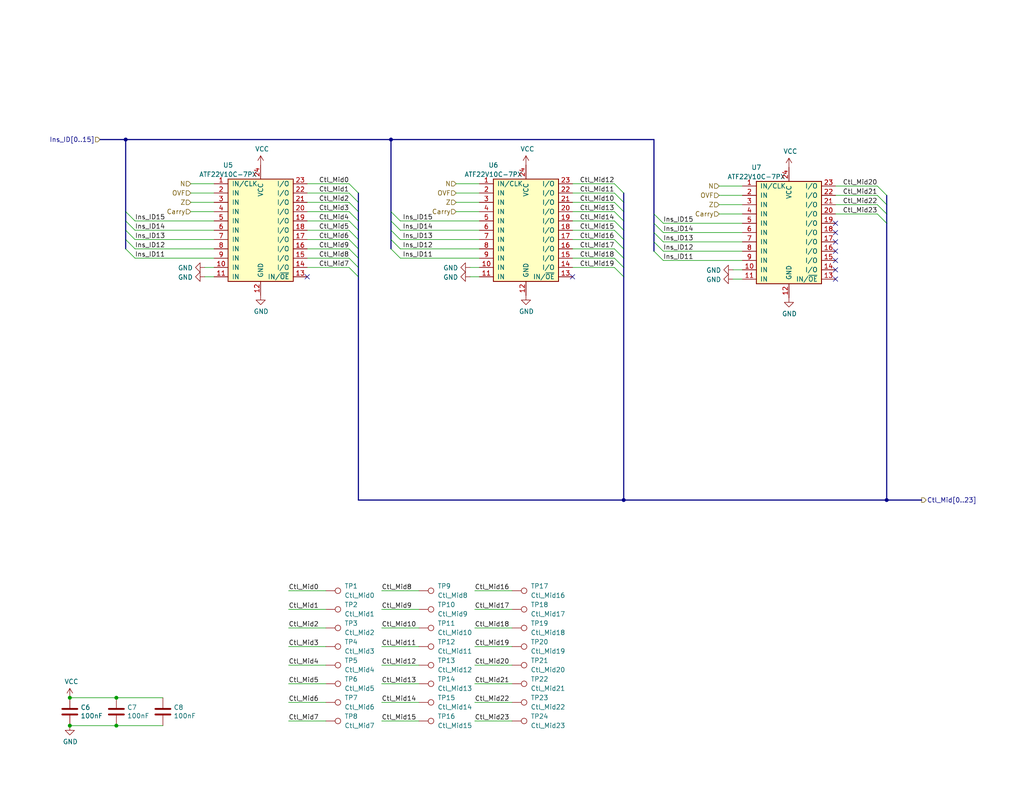
<source format=kicad_sch>
(kicad_sch (version 20230121) (generator eeschema)
  (paper "USLetter")
  (title_block (title "Instruction Decoder") (date "2023-09-25") (rev "C") (comment 4 "Decodes an instruction opcode into an array of control signals."))
  (lib_symbols
    (symbol "Connector:TestPoint" (pin_numbers hide) (pin_names (offset 0.762) hide)
      (property "Reference" "TP" (at 0 6.858 0))
      (property "Value" "TestPoint" (at 0 5.08 0))
      (symbol "TestPoint_0_1"
        (circle (center 0 3.302) (radius 0.762))
      )
      (symbol "TestPoint_1_1"
        (pin passive line (at 0 0 90) (length 2.54) (name "1") (number "1"))
      )
    )
    (symbol "ControlModule-rescue:ATF22V10C-Logic_Programmable" (pin_names (offset 1.016))
      (property "Reference" "U" (at -7.62 17.78 0))
      (property "Value" "ATF22V10C-Logic_Programmable" (at -7.62 15.24 0))
      (symbol "ATF22V10C-Logic_Programmable_1_1"
        (rectangle (start -8.89 -15.24) (end 8.89 12.7) (stroke (width 0.254)) (fill (type background)))
        (pin input line (at -12.7 11.43 0) (length 3.81) (name "IN/CLK") (number "1"))
        (pin input line (at -12.7 -11.43 0) (length 3.81) (name "IN") (number "10"))
        (pin input line (at -12.7 -13.97 0) (length 3.81) (name "IN") (number "11"))
        (pin power_in line (at 0 -19.05 90) (length 3.81) (name "GND") (number "12"))
        (pin input line (at 12.7 -13.97 180) (length 3.81) (name "IN/~{OE}") (number "13"))
        (pin passive line (at 12.7 -11.43 180) (length 3.81) (name "I/O") (number "14"))
        (pin passive line (at 12.7 -8.89 180) (length 3.81) (name "I/O") (number "15"))
        (pin passive line (at 12.7 -6.35 180) (length 3.81) (name "I/O") (number "16"))
        (pin passive line (at 12.7 -3.81 180) (length 3.81) (name "I/O") (number "17"))
        (pin passive line (at 12.7 -1.27 180) (length 3.81) (name "I/O") (number "18"))
        (pin passive line (at 12.7 1.27 180) (length 3.81) (name "I/O") (number "19"))
        (pin input line (at -12.7 8.89 0) (length 3.81) (name "IN") (number "2"))
        (pin passive line (at 12.7 3.81 180) (length 3.81) (name "I/O") (number "20"))
        (pin passive line (at 12.7 6.35 180) (length 3.81) (name "I/O") (number "21"))
        (pin passive line (at 12.7 8.89 180) (length 3.81) (name "I/O") (number "22"))
        (pin passive line (at 12.7 11.43 180) (length 3.81) (name "I/O") (number "23"))
        (pin power_in line (at 0 16.51 270) (length 3.81) (name "VCC") (number "24"))
        (pin input line (at -12.7 6.35 0) (length 3.81) (name "IN") (number "3"))
        (pin input line (at -12.7 3.81 0) (length 3.81) (name "IN") (number "4"))
        (pin input line (at -12.7 1.27 0) (length 3.81) (name "IN") (number "5"))
        (pin input line (at -12.7 -1.27 0) (length 3.81) (name "IN") (number "6"))
        (pin input line (at -12.7 -3.81 0) (length 3.81) (name "IN") (number "7"))
        (pin input line (at -12.7 -6.35 0) (length 3.81) (name "IN") (number "8"))
        (pin input line (at -12.7 -8.89 0) (length 3.81) (name "IN") (number "9"))
      )
    )
    (symbol "Device:C" (pin_numbers hide) (pin_names (offset 0.254))
      (property "Reference" "C" (at 0.635 2.54 0))
      (property "Value" "C" (at 0.635 -2.54 0))
      (symbol "C_0_1"
        (polyline (pts (xy -2.032 -0.762) (xy 2.032 -0.762)) (stroke (width 0.508)))
        (polyline (pts (xy -2.032 0.762) (xy 2.032 0.762)) (stroke (width 0.508)))
      )
      (symbol "C_1_1"
        (pin passive line (at 0 3.81 270) (length 2.794) (name "~") (number "1"))
        (pin passive line (at 0 -3.81 90) (length 2.794) (name "~") (number "2"))
      )
    )
    (symbol "power:GND" (power) (pin_names (offset 0))
      (property "Value" "GND" (at 0 -3.81 0))
      (symbol "GND_0_1"
        (polyline (pts (xy 0 0) (xy 0 -1.27) (xy 1.27 -1.27) (xy 0 -2.54) (xy -1.27 -1.27) (xy 0 -1.27)))
      )
      (symbol "GND_1_1"
        (pin power_in line (at 0 0 270) (length 0) hide (name "GND") (number "1"))
      )
    )
    (symbol "power:VCC" (power) (pin_names (offset 0))
      (property "Value" "VCC" (at 0 3.81 0))
      (symbol "VCC_0_1"
        (polyline (pts (xy -0.762 1.27) (xy 0 2.54)))
        (polyline (pts (xy 0 0) (xy 0 2.54)))
        (polyline (pts (xy 0 2.54) (xy 0.762 1.27)))
      )
      (symbol "VCC_1_1"
        (pin power_in line (at 0 0 90) (length 0) hide (name "VCC") (number "1"))
      )
    )
  )
  (junction (at 19.05 198.12))
  (junction (at 31.75 190.5))
  (junction (at 241.935 136.525))
  (junction (at 34.29 38.1))
  (junction (at 31.75 198.12))
  (junction (at 170.18 136.525))
  (junction (at 106.68 38.1))
  (junction (at 19.05 190.5))
  (no_connect (at 227.965 60.96))
  (no_connect (at 83.82 75.565))
  (no_connect (at 156.21 75.565))
  (no_connect (at 227.965 76.2))
  (no_connect (at 227.965 63.5))
  (no_connect (at 227.965 66.04))
  (no_connect (at 227.965 68.58))
  (no_connect (at 227.965 71.12))
  (no_connect (at 227.965 73.66))
  (bus_entry (at 180.975 60.96) (size -2.54 -2.54))
  (bus_entry (at 109.22 67.945) (size -2.54 -2.54))
  (bus_entry (at 97.79 67.945) (size -2.54 -2.54))
  (bus_entry (at 95.25 70.485) (size 2.54 2.54))
  (bus_entry (at 97.79 62.865) (size -2.54 -2.54))
  (bus_entry (at 109.22 70.485) (size -2.54 -2.54))
  (bus_entry (at 180.975 63.5) (size -2.54 -2.54))
  (bus_entry (at 95.25 67.945) (size 2.54 2.54))
  (bus_entry (at 180.975 66.04) (size -2.54 -2.54))
  (bus_entry (at 241.935 58.42) (size -2.54 -2.54))
  (bus_entry (at 97.79 65.405) (size -2.54 -2.54))
  (bus_entry (at 241.935 53.34) (size -2.54 -2.54))
  (bus_entry (at 241.935 60.96) (size -2.54 -2.54))
  (bus_entry (at 241.935 55.88) (size -2.54 -2.54))
  (bus_entry (at 97.79 60.325) (size -2.54 -2.54))
  (bus_entry (at 180.975 68.58) (size -2.54 -2.54))
  (bus_entry (at 95.25 73.025) (size 2.54 2.54))
  (bus_entry (at 36.83 65.405) (size -2.54 -2.54))
  (bus_entry (at 97.79 52.705) (size -2.54 -2.54))
  (bus_entry (at 36.83 62.865) (size -2.54 -2.54))
  (bus_entry (at 167.64 67.945) (size 2.54 2.54))
  (bus_entry (at 109.22 65.405) (size -2.54 -2.54))
  (bus_entry (at 36.83 60.325) (size -2.54 -2.54))
  (bus_entry (at 170.18 60.325) (size -2.54 -2.54))
  (bus_entry (at 167.64 70.485) (size 2.54 2.54))
  (bus_entry (at 180.975 71.12) (size -2.54 -2.54))
  (bus_entry (at 97.79 55.245) (size -2.54 -2.54))
  (bus_entry (at 109.22 62.865) (size -2.54 -2.54))
  (bus_entry (at 170.18 62.865) (size -2.54 -2.54))
  (bus_entry (at 170.18 67.945) (size -2.54 -2.54))
  (bus_entry (at 36.83 67.945) (size -2.54 -2.54))
  (bus_entry (at 170.18 57.785) (size -2.54 -2.54))
  (bus_entry (at 109.22 60.325) (size -2.54 -2.54))
  (bus_entry (at 167.64 73.025) (size 2.54 2.54))
  (bus_entry (at 170.18 65.405) (size -2.54 -2.54))
  (bus_entry (at 170.18 52.705) (size -2.54 -2.54))
  (bus_entry (at 36.83 70.485) (size -2.54 -2.54))
  (bus_entry (at 97.79 57.785) (size -2.54 -2.54))
  (bus_entry (at 170.18 55.245) (size -2.54 -2.54))
  (wire (pts (xy 83.82 57.785) (xy 95.25 57.785)))
  (wire (pts (xy 124.46 50.165) (xy 130.81 50.165)))
  (wire (pts (xy 78.74 176.53) (xy 88.9 176.53)))
  (bus (pts (xy 170.18 55.245) (xy 170.18 57.785)))
  (wire (pts (xy 104.14 161.29) (xy 114.3 161.29)))
  (wire (pts (xy 44.45 198.12) (xy 31.75 198.12)))
  (bus (pts (xy 34.29 38.1) (xy 34.29 57.785)))
  (wire (pts (xy 156.21 65.405) (xy 167.64 65.405)))
  (bus (pts (xy 106.68 60.325) (xy 106.68 62.865)))
  (wire (pts (xy 129.54 171.45) (xy 139.7 171.45)))
  (bus (pts (xy 241.935 53.34) (xy 241.935 55.88)))
  (wire (pts (xy 202.565 60.96) (xy 180.975 60.96)))
  (wire (pts (xy 156.21 62.865) (xy 167.64 62.865)))
  (wire (pts (xy 58.42 60.325) (xy 36.83 60.325)))
  (bus (pts (xy 106.68 38.1) (xy 106.68 57.785)))
  (bus (pts (xy 170.18 136.525) (xy 241.935 136.525)))
  (bus (pts (xy 97.79 60.325) (xy 97.79 62.865)))
  (bus (pts (xy 34.29 57.785) (xy 34.29 60.325)))
  (wire (pts (xy 31.75 190.5) (xy 44.45 190.5)))
  (bus (pts (xy 170.18 57.785) (xy 170.18 60.325)))
  (wire (pts (xy 36.83 67.945) (xy 58.42 67.945)))
  (bus (pts (xy 241.935 60.96) (xy 241.935 136.525)))
  (wire (pts (xy 156.21 55.245) (xy 167.64 55.245)))
  (wire (pts (xy 83.82 50.165) (xy 95.25 50.165)))
  (wire (pts (xy 109.22 67.945) (xy 130.81 67.945)))
  (wire (pts (xy 52.07 50.165) (xy 58.42 50.165)))
  (wire (pts (xy 124.46 55.245) (xy 130.81 55.245)))
  (wire (pts (xy 180.975 68.58) (xy 202.565 68.58)))
  (wire (pts (xy 78.74 171.45) (xy 88.9 171.45)))
  (wire (pts (xy 52.07 55.245) (xy 58.42 55.245)))
  (wire (pts (xy 78.74 196.85) (xy 88.9 196.85)))
  (bus (pts (xy 97.79 70.485) (xy 97.79 67.945)))
  (wire (pts (xy 196.215 55.88) (xy 202.565 55.88)))
  (bus (pts (xy 178.435 38.1) (xy 178.435 58.42)))
  (bus (pts (xy 178.435 60.96) (xy 178.435 63.5)))
  (bus (pts (xy 97.79 73.025) (xy 97.79 75.565)))
  (wire (pts (xy 129.54 161.29) (xy 139.7 161.29)))
  (wire (pts (xy 227.965 53.34) (xy 239.395 53.34)))
  (wire (pts (xy 83.82 73.025) (xy 95.25 73.025)))
  (wire (pts (xy 83.82 62.865) (xy 95.25 62.865)))
  (wire (pts (xy 196.215 50.8) (xy 202.565 50.8)))
  (wire (pts (xy 156.21 73.025) (xy 167.64 73.025)))
  (wire (pts (xy 104.14 181.61) (xy 114.3 181.61)))
  (wire (pts (xy 200.025 73.66) (xy 202.565 73.66)))
  (wire (pts (xy 180.975 71.12) (xy 202.565 71.12)))
  (bus (pts (xy 34.29 60.325) (xy 34.29 62.865)))
  (wire (pts (xy 78.74 191.77) (xy 88.9 191.77)))
  (wire (pts (xy 124.46 52.705) (xy 130.81 52.705)))
  (bus (pts (xy 170.18 70.485) (xy 170.18 73.025)))
  (bus (pts (xy 170.18 62.865) (xy 170.18 65.405)))
  (wire (pts (xy 104.14 191.77) (xy 114.3 191.77)))
  (wire (pts (xy 200.025 76.2) (xy 202.565 76.2)))
  (wire (pts (xy 129.54 181.61) (xy 139.7 181.61)))
  (wire (pts (xy 202.565 63.5) (xy 180.975 63.5)))
  (wire (pts (xy 83.82 65.405) (xy 95.25 65.405)))
  (wire (pts (xy 83.82 67.945) (xy 95.25 67.945)))
  (wire (pts (xy 180.975 66.04) (xy 202.565 66.04)))
  (wire (pts (xy 156.21 67.945) (xy 167.64 67.945)))
  (wire (pts (xy 124.46 57.785) (xy 130.81 57.785)))
  (wire (pts (xy 104.14 186.69) (xy 114.3 186.69)))
  (wire (pts (xy 109.22 70.485) (xy 130.81 70.485)))
  (bus (pts (xy 34.29 62.865) (xy 34.29 65.405)))
  (bus (pts (xy 170.18 70.485) (xy 170.18 67.945)))
  (wire (pts (xy 52.07 57.785) (xy 58.42 57.785)))
  (wire (pts (xy 196.215 53.34) (xy 202.565 53.34)))
  (bus (pts (xy 106.68 62.865) (xy 106.68 65.405)))
  (wire (pts (xy 156.21 52.705) (xy 167.64 52.705)))
  (wire (pts (xy 129.54 196.85) (xy 139.7 196.85)))
  (wire (pts (xy 31.75 198.12) (xy 19.05 198.12)))
  (bus (pts (xy 178.435 66.04) (xy 178.435 68.58)))
  (wire (pts (xy 227.965 58.42) (xy 239.395 58.42)))
  (bus (pts (xy 97.79 52.705) (xy 97.79 55.245)))
  (bus (pts (xy 106.68 65.405) (xy 106.68 67.945)))
  (bus (pts (xy 170.18 73.025) (xy 170.18 75.565)))
  (wire (pts (xy 78.74 161.29) (xy 88.9 161.29)))
  (wire (pts (xy 109.22 65.405) (xy 130.81 65.405)))
  (wire (pts (xy 36.83 70.485) (xy 58.42 70.485)))
  (wire (pts (xy 83.82 60.325) (xy 95.25 60.325)))
  (bus (pts (xy 27.305 38.1) (xy 34.29 38.1)))
  (bus (pts (xy 97.79 57.785) (xy 97.79 60.325)))
  (wire (pts (xy 104.14 176.53) (xy 114.3 176.53)))
  (wire (pts (xy 129.54 176.53) (xy 139.7 176.53)))
  (wire (pts (xy 129.54 191.77) (xy 139.7 191.77)))
  (bus (pts (xy 170.18 75.565) (xy 170.18 136.525)))
  (bus (pts (xy 97.79 75.565) (xy 97.79 136.525)))
  (bus (pts (xy 241.935 58.42) (xy 241.935 60.96)))
  (bus (pts (xy 34.29 65.405) (xy 34.29 67.945)))
  (wire (pts (xy 55.88 73.025) (xy 58.42 73.025)))
  (wire (pts (xy 196.215 58.42) (xy 202.565 58.42)))
  (bus (pts (xy 97.79 70.485) (xy 97.79 73.025)))
  (wire (pts (xy 78.74 186.69) (xy 88.9 186.69)))
  (wire (pts (xy 156.21 60.325) (xy 167.64 60.325)))
  (bus (pts (xy 241.935 55.88) (xy 241.935 58.42)))
  (wire (pts (xy 78.74 181.61) (xy 88.9 181.61)))
  (bus (pts (xy 170.18 52.705) (xy 170.18 55.245)))
  (wire (pts (xy 128.27 73.025) (xy 130.81 73.025)))
  (wire (pts (xy 83.82 52.705) (xy 95.25 52.705)))
  (bus (pts (xy 97.79 65.405) (xy 97.79 67.945)))
  (bus (pts (xy 106.68 57.785) (xy 106.68 60.325)))
  (wire (pts (xy 104.14 166.37) (xy 114.3 166.37)))
  (wire (pts (xy 19.05 190.5) (xy 31.75 190.5)))
  (wire (pts (xy 156.21 57.785) (xy 167.64 57.785)))
  (bus (pts (xy 178.435 63.5) (xy 178.435 66.04)))
  (bus (pts (xy 170.18 136.525) (xy 97.79 136.525)))
  (bus (pts (xy 34.29 38.1) (xy 106.68 38.1)))
  (wire (pts (xy 129.54 166.37) (xy 139.7 166.37)))
  (wire (pts (xy 36.83 65.405) (xy 58.42 65.405)))
  (bus (pts (xy 170.18 65.405) (xy 170.18 67.945)))
  (bus (pts (xy 106.68 38.1) (xy 178.435 38.1)))
  (bus (pts (xy 170.18 60.325) (xy 170.18 62.865)))
  (wire (pts (xy 55.88 75.565) (xy 58.42 75.565)))
  (wire (pts (xy 83.82 70.485) (xy 95.25 70.485)))
  (wire (pts (xy 104.14 171.45) (xy 114.3 171.45)))
  (bus (pts (xy 97.79 62.865) (xy 97.79 65.405)))
  (bus (pts (xy 97.79 55.245) (xy 97.79 57.785)))
  (wire (pts (xy 104.14 196.85) (xy 114.3 196.85)))
  (wire (pts (xy 78.74 166.37) (xy 88.9 166.37)))
  (wire (pts (xy 227.965 50.8) (xy 239.395 50.8)))
  (wire (pts (xy 128.27 75.565) (xy 130.81 75.565)))
  (wire (pts (xy 130.81 60.325) (xy 109.22 60.325)))
  (wire (pts (xy 156.21 70.485) (xy 167.64 70.485)))
  (wire (pts (xy 83.82 55.245) (xy 95.25 55.245)))
  (wire (pts (xy 129.54 186.69) (xy 139.7 186.69)))
  (bus (pts (xy 241.935 136.525) (xy 251.46 136.525)))
  (wire (pts (xy 58.42 62.865) (xy 36.83 62.865)))
  (wire (pts (xy 227.965 55.88) (xy 239.395 55.88)))
  (bus (pts (xy 178.435 58.42) (xy 178.435 60.96)))
  (wire (pts (xy 52.07 52.705) (xy 58.42 52.705)))
  (wire (pts (xy 156.21 50.165) (xy 167.64 50.165)))
  (wire (pts (xy 130.81 62.865) (xy 109.22 62.865)))
  (label "Ctl_Mid13" (at 104.14 186.69 0))
  (label "Ctl_Mid9" (at 104.14 166.37 0))
  (label "Ctl_Mid0" (at 95.25 50.165 180))
  (label "Ctl_Mid11" (at 167.64 52.705 180))
  (label "Ctl_Mid4" (at 95.25 60.325 180))
  (label "Ctl_Mid17" (at 129.54 166.37 0))
  (label "Ins_ID12" (at 180.975 68.58 0))
  (label "Ctl_Mid22" (at 129.54 191.77 0))
  (label "Ins_ID13" (at 36.83 65.405 0))
  (label "Ins_ID15" (at 36.83 60.325 0))
  (label "Ins_ID13" (at 109.855 65.405 0))
  (label "Ctl_Mid2" (at 78.74 171.45 0))
  (label "Ctl_Mid23" (at 129.54 196.85 0))
  (label "Ctl_Mid14" (at 167.64 60.325 180))
  (label "Ctl_Mid19" (at 129.54 176.53 0))
  (label "Ctl_Mid18" (at 167.64 70.485 180))
  (label "Ctl_Mid2" (at 95.25 55.245 180))
  (label "Ctl_Mid11" (at 104.14 176.53 0))
  (label "Ctl_Mid4" (at 78.74 181.61 0))
  (label "Ctl_Mid14" (at 104.14 191.77 0))
  (label "Ctl_Mid13" (at 167.64 57.785 180))
  (label "Ins_ID11" (at 180.975 71.12 0))
  (label "Ctl_Mid22" (at 239.395 55.88 180))
  (label "Ins_ID14" (at 36.83 62.865 0))
  (label "Ins_ID13" (at 180.975 66.04 0))
  (label "Ctl_Mid10" (at 104.14 171.45 0))
  (label "Ins_ID15" (at 109.855 60.325 0))
  (label "Ctl_Mid5" (at 95.25 62.865 180))
  (label "Ctl_Mid3" (at 95.25 57.785 180))
  (label "Ctl_Mid23" (at 239.395 58.42 180))
  (label "Ins_ID11" (at 36.83 70.485 0))
  (label "Ins_ID12" (at 109.855 67.945 0))
  (label "Ctl_Mid20" (at 129.54 181.61 0))
  (label "Ctl_Mid3" (at 78.74 176.53 0))
  (label "Ctl_Mid9" (at 95.25 67.945 180))
  (label "Ctl_Mid10" (at 167.64 55.245 180))
  (label "Ctl_Mid16" (at 129.54 161.29 0))
  (label "Ctl_Mid7" (at 78.74 196.85 0))
  (label "Ctl_Mid17" (at 167.64 67.945 180))
  (label "Ctl_Mid20" (at 239.395 50.8 180))
  (label "Ins_ID12" (at 36.83 67.945 0))
  (label "Ins_ID14" (at 180.975 63.5 0))
  (label "Ctl_Mid8" (at 104.14 161.29 0))
  (label "Ctl_Mid15" (at 104.14 196.85 0))
  (label "Ctl_Mid18" (at 129.54 171.45 0))
  (label "Ctl_Mid0" (at 78.74 161.29 0))
  (label "Ctl_Mid7" (at 95.25 73.025 180))
  (label "Ctl_Mid12" (at 104.14 181.61 0))
  (label "Ctl_Mid8" (at 95.25 70.485 180))
  (label "Ctl_Mid1" (at 95.25 52.705 180))
  (label "Ctl_Mid16" (at 167.64 65.405 180))
  (label "Ins_ID14" (at 109.855 62.865 0))
  (label "Ctl_Mid12" (at 167.64 50.165 180))
  (label "Ctl_Mid1" (at 78.74 166.37 0))
  (label "Ctl_Mid6" (at 78.74 191.77 0))
  (label "Ins_ID11" (at 109.855 70.485 0))
  (label "Ctl_Mid15" (at 167.64 62.865 180))
  (label "Ins_ID15" (at 180.975 60.96 0))
  (label "Ctl_Mid21" (at 129.54 186.69 0))
  (label "Ctl_Mid6" (at 95.25 65.405 180))
  (label "Ctl_Mid21" (at 239.395 53.34 180))
  (label "Ctl_Mid5" (at 78.74 186.69 0))
  (label "Ctl_Mid19" (at 167.64 73.025 180))
  (hierarchical_label "Z" (shape input) (at 124.46 55.245 180))
  (hierarchical_label "OVF" (shape input) (at 124.46 52.705 180))
  (hierarchical_label "N" (shape input) (at 196.215 50.8 180))
  (hierarchical_label "Ins_ID[0..15]" (shape input) (at 27.305 38.1 180))
  (hierarchical_label "Ctl_Mid[0..23]" (shape output) (at 251.46 136.525 0))
  (hierarchical_label "Carry" (shape input) (at 124.46 57.785 180))
  (hierarchical_label "N" (shape input) (at 52.07 50.165 180))
  (hierarchical_label "N" (shape input) (at 124.46 50.165 180))
  (hierarchical_label "Carry" (shape input) (at 196.215 58.42 180))
  (hierarchical_label "Carry" (shape input) (at 52.07 57.785 180))
  (hierarchical_label "OVF" (shape input) (at 52.07 52.705 180))
  (hierarchical_label "Z" (shape input) (at 52.07 55.245 180))
  (hierarchical_label "OVF" (shape input) (at 196.215 53.34 180))
  (hierarchical_label "Z" (shape input) (at 196.215 55.88 180))
  (symbol (lib_id "power:GND") (at 55.88 75.565 270) (unit 1)
    (property "Reference" "#PWR022" (effects hide))
    (property "Value" "GND" (at 52.6288 75.692 90) (effects (justify right)))
  )
  (symbol (lib_id "power:GND") (at 55.88 73.025 270) (unit 1)
    (property "Reference" "#PWR021" (effects hide))
    (property "Value" "GND" (at 52.6288 73.152 90) (effects (justify right)))
  )
  (symbol (lib_id "Device:C") (at 19.05 194.31 0) (unit 1)
    (property "Reference" "C6" (at 21.971 193.1416 0) (effects (justify left)))
    (property "Value" "100nF" (at 21.971 195.453 0) (effects (justify left)))
    (property "Footprint" "Capacitor_SMD:C_0603_1608Metric_Pad1.08x0.95mm_HandSolder" (effects hide))
    (property "Mouser" "https://www.mouser.com/ProductDetail/963-EMK107B7104KAHT" (effects hide))
  )
  (symbol (lib_id "Device:C") (at 31.75 194.31 0) (unit 1)
    (property "Reference" "C7" (at 34.671 193.1416 0) (effects (justify left)))
    (property "Value" "100nF" (at 34.671 195.453 0) (effects (justify left)))
    (property "Footprint" "Capacitor_SMD:C_0603_1608Metric_Pad1.08x0.95mm_HandSolder" (effects hide))
    (property "Mouser" "https://www.mouser.com/ProductDetail/963-EMK107B7104KAHT" (effects hide))
  )
  (symbol (lib_id "power:GND") (at 19.05 198.12 0) (unit 1)
    (property "Reference" "#PWR020" (effects hide))
    (property "Value" "GND" (at 19.177 202.5142 0))
  )
  (symbol (lib_id "power:VCC") (at 19.05 190.5 0) (unit 1)
    (property "Reference" "#PWR019" (effects hide))
    (property "Value" "VCC" (at 19.4818 186.1058 0))
  )
  (symbol (lib_id "power:VCC") (at 71.12 45.085 0) (unit 1)
    (property "Reference" "#PWR023" (effects hide))
    (property "Value" "VCC" (at 71.501 40.6908 0))
  )
  (symbol (lib_id "power:GND") (at 71.12 80.645 0) (unit 1)
    (property "Reference" "#PWR024" (effects hide))
    (property "Value" "GND" (at 71.247 85.0392 0))
  )
  (symbol (lib_id "Device:C") (at 44.45 194.31 0) (unit 1)
    (property "Reference" "C8" (at 47.371 193.1416 0) (effects (justify left)))
    (property "Value" "100nF" (at 47.371 195.453 0) (effects (justify left)))
    (property "Footprint" "Capacitor_SMD:C_0603_1608Metric_Pad1.08x0.95mm_HandSolder" (effects hide))
    (property "Mouser" "https://www.mouser.com/ProductDetail/963-EMK107B7104KAHT" (effects hide))
  )
  (symbol (lib_id "power:VCC") (at 143.51 45.085 0) (unit 1)
    (property "Reference" "#PWR027" (effects hide))
    (property "Value" "VCC" (at 143.891 40.6908 0))
  )
  (symbol (lib_id "power:GND") (at 143.51 80.645 0) (unit 1)
    (property "Reference" "#PWR028" (effects hide))
    (property "Value" "GND" (at 143.637 85.0392 0))
  )
  (symbol (lib_id "power:VCC") (at 215.265 45.72 0) (unit 1)
    (property "Reference" "#PWR031" (effects hide))
    (property "Value" "VCC" (at 215.646 41.3258 0))
  )
  (symbol (lib_id "power:GND") (at 215.265 81.28 0) (unit 1)
    (property "Reference" "#PWR032" (effects hide))
    (property "Value" "GND" (at 215.392 85.6742 0))
  )
  (symbol (lib_id "Connector:TestPoint") (at 88.9 171.45 270) (unit 1)
    (property "Reference" "TP3" (at 93.98 170.1799 90) (effects (justify left)))
    (property "Value" "Ctl_Mid2" (at 93.98 172.7199 90) (effects (justify left)))
    (property "Footprint" "TestPoint:TestPoint_Pad_D1.0mm" (effects hide))
  )
  (symbol (lib_id "ControlModule-rescue:ATF22V10C-Logic_Programmable") (at 215.265 62.23 0) (unit 1)
    (property "Reference" "U7" (at 206.375 45.72 0))
    (property "Value" "ATF22V10C-7PX" (at 206.375 48.26 0))
    (property "Footprint" "Package_DIP:DIP-24_W7.62mm_Socket" (effects hide))
    (property "Datasheet" "https://www.mouser.com/datasheet/2/268/doc0735-1369018.pdf" (effects hide))
    (property "Mouser" "https://www.mouser.com/ProductDetail/Microchip-Technology-Atmel/ATF22V10C-7PX?qs=%2Fha2pyFadugqFuTUlWvkuaZr7DXQ8Rnu3dOZcKuoHGuPC51te6MYUw%3D%3D" (effects hide))
  )
  (symbol (lib_id "Connector:TestPoint") (at 139.7 181.61 270) (unit 1)
    (property "Reference" "TP21" (at 144.78 180.3399 90) (effects (justify left)))
    (property "Value" "Ctl_Mid20" (at 144.78 182.8799 90) (effects (justify left)))
    (property "Footprint" "TestPoint:TestPoint_Pad_D1.0mm" (effects hide))
  )
  (symbol (lib_id "Connector:TestPoint") (at 88.9 161.29 270) (unit 1)
    (property "Reference" "TP1" (at 93.98 160.0199 90) (effects (justify left)))
    (property "Value" "Ctl_Mid0" (at 93.98 162.5599 90) (effects (justify left)))
    (property "Footprint" "TestPoint:TestPoint_Pad_D1.0mm" (effects hide))
  )
  (symbol (lib_id "power:GND") (at 200.025 73.66 270) (unit 1)
    (property "Reference" "#PWR029" (effects hide))
    (property "Value" "GND" (at 196.7738 73.787 90) (effects (justify right)))
  )
  (symbol (lib_id "Connector:TestPoint") (at 88.9 181.61 270) (unit 1)
    (property "Reference" "TP5" (at 93.98 180.3399 90) (effects (justify left)))
    (property "Value" "Ctl_Mid4" (at 93.98 182.8799 90) (effects (justify left)))
    (property "Footprint" "TestPoint:TestPoint_Pad_D1.0mm" (effects hide))
  )
  (symbol (lib_id "Connector:TestPoint") (at 139.7 186.69 270) (unit 1)
    (property "Reference" "TP22" (at 144.78 185.4199 90) (effects (justify left)))
    (property "Value" "Ctl_Mid21" (at 144.78 187.9599 90) (effects (justify left)))
    (property "Footprint" "TestPoint:TestPoint_Pad_D1.0mm" (effects hide))
  )
  (symbol (lib_id "Connector:TestPoint") (at 139.7 161.29 270) (unit 1)
    (property "Reference" "TP17" (at 144.78 160.0199 90) (effects (justify left)))
    (property "Value" "Ctl_Mid16" (at 144.78 162.5599 90) (effects (justify left)))
    (property "Footprint" "TestPoint:TestPoint_Pad_D1.0mm" (effects hide))
  )
  (symbol (lib_id "Connector:TestPoint") (at 114.3 161.29 270) (unit 1)
    (property "Reference" "TP9" (at 119.38 160.0199 90) (effects (justify left)))
    (property "Value" "Ctl_Mid8" (at 119.38 162.5599 90) (effects (justify left)))
    (property "Footprint" "TestPoint:TestPoint_Pad_D1.0mm" (effects hide))
  )
  (symbol (lib_id "ControlModule-rescue:ATF22V10C-Logic_Programmable") (at 71.12 61.595 0) (unit 1)
    (property "Reference" "U5" (at 62.23 45.085 0))
    (property "Value" "ATF22V10C-7PX" (at 62.23 47.625 0))
    (property "Footprint" "Package_DIP:DIP-24_W7.62mm_Socket" (effects hide))
    (property "Datasheet" "https://www.mouser.com/datasheet/2/268/doc0735-1369018.pdf" (effects hide))
    (property "Mouser" "https://www.mouser.com/ProductDetail/Microchip-Technology-Atmel/ATF22V10C-7PX?qs=%2Fha2pyFadugqFuTUlWvkuaZr7DXQ8Rnu3dOZcKuoHGuPC51te6MYUw%3D%3D" (effects hide))
  )
  (symbol (lib_id "Connector:TestPoint") (at 139.7 191.77 270) (unit 1)
    (property "Reference" "TP23" (at 144.78 190.4999 90) (effects (justify left)))
    (property "Value" "Ctl_Mid22" (at 144.78 193.0399 90) (effects (justify left)))
    (property "Footprint" "TestPoint:TestPoint_Pad_D1.0mm" (effects hide))
  )
  (symbol (lib_id "Connector:TestPoint") (at 114.3 171.45 270) (unit 1)
    (property "Reference" "TP11" (at 119.38 170.1799 90) (effects (justify left)))
    (property "Value" "Ctl_Mid10" (at 119.38 172.7199 90) (effects (justify left)))
    (property "Footprint" "TestPoint:TestPoint_Pad_D1.0mm" (effects hide))
  )
  (symbol (lib_id "power:GND") (at 200.025 76.2 270) (unit 1)
    (property "Reference" "#PWR030" (effects hide))
    (property "Value" "GND" (at 196.7738 76.327 90) (effects (justify right)))
  )
  (symbol (lib_id "Connector:TestPoint") (at 114.3 166.37 270) (unit 1)
    (property "Reference" "TP10" (at 119.38 165.0999 90) (effects (justify left)))
    (property "Value" "Ctl_Mid9" (at 119.38 167.6399 90) (effects (justify left)))
    (property "Footprint" "TestPoint:TestPoint_Pad_D1.0mm" (effects hide))
  )
  (symbol (lib_id "Connector:TestPoint") (at 88.9 191.77 270) (unit 1)
    (property "Reference" "TP7" (at 93.98 190.4999 90) (effects (justify left)))
    (property "Value" "Ctl_Mid6" (at 93.98 193.0399 90) (effects (justify left)))
    (property "Footprint" "TestPoint:TestPoint_Pad_D1.0mm" (effects hide))
  )
  (symbol (lib_id "power:GND") (at 128.27 73.025 270) (unit 1)
    (property "Reference" "#PWR025" (effects hide))
    (property "Value" "GND" (at 125.0188 73.152 90) (effects (justify right)))
  )
  (symbol (lib_id "Connector:TestPoint") (at 139.7 166.37 270) (unit 1)
    (property "Reference" "TP18" (at 144.78 165.0999 90) (effects (justify left)))
    (property "Value" "Ctl_Mid17" (at 144.78 167.6399 90) (effects (justify left)))
    (property "Footprint" "TestPoint:TestPoint_Pad_D1.0mm" (effects hide))
  )
  (symbol (lib_id "power:GND") (at 128.27 75.565 270) (unit 1)
    (property "Reference" "#PWR026" (effects hide))
    (property "Value" "GND" (at 125.0188 75.692 90) (effects (justify right)))
  )
  (symbol (lib_id "Connector:TestPoint") (at 88.9 176.53 270) (unit 1)
    (property "Reference" "TP4" (at 93.98 175.2599 90) (effects (justify left)))
    (property "Value" "Ctl_Mid3" (at 93.98 177.7999 90) (effects (justify left)))
    (property "Footprint" "TestPoint:TestPoint_Pad_D1.0mm" (effects hide))
  )
  (symbol (lib_id "Connector:TestPoint") (at 139.7 196.85 270) (unit 1)
    (property "Reference" "TP24" (at 144.78 195.5799 90) (effects (justify left)))
    (property "Value" "Ctl_Mid23" (at 144.78 198.1199 90) (effects (justify left)))
    (property "Footprint" "TestPoint:TestPoint_Pad_D1.0mm" (effects hide))
  )
  (symbol (lib_id "Connector:TestPoint") (at 114.3 181.61 270) (unit 1)
    (property "Reference" "TP13" (at 119.38 180.3399 90) (effects (justify left)))
    (property "Value" "Ctl_Mid12" (at 119.38 182.8799 90) (effects (justify left)))
    (property "Footprint" "TestPoint:TestPoint_Pad_D1.0mm" (effects hide))
  )
  (symbol (lib_id "Connector:TestPoint") (at 114.3 196.85 270) (unit 1)
    (property "Reference" "TP16" (at 119.38 195.5799 90) (effects (justify left)))
    (property "Value" "Ctl_Mid15" (at 119.38 198.1199 90) (effects (justify left)))
    (property "Footprint" "TestPoint:TestPoint_Pad_D1.0mm" (effects hide))
  )
  (symbol (lib_id "Connector:TestPoint") (at 88.9 186.69 270) (unit 1)
    (property "Reference" "TP6" (at 93.98 185.4199 90) (effects (justify left)))
    (property "Value" "Ctl_Mid5" (at 93.98 187.9599 90) (effects (justify left)))
    (property "Footprint" "TestPoint:TestPoint_Pad_D1.0mm" (effects hide))
  )
  (symbol (lib_id "Connector:TestPoint") (at 88.9 166.37 270) (unit 1)
    (property "Reference" "TP2" (at 93.98 165.0999 90) (effects (justify left)))
    (property "Value" "Ctl_Mid1" (at 93.98 167.6399 90) (effects (justify left)))
    (property "Footprint" "TestPoint:TestPoint_Pad_D1.0mm" (effects hide))
  )
  (symbol (lib_id "Connector:TestPoint") (at 114.3 176.53 270) (unit 1)
    (property "Reference" "TP12" (at 119.38 175.2599 90) (effects (justify left)))
    (property "Value" "Ctl_Mid11" (at 119.38 177.7999 90) (effects (justify left)))
    (property "Footprint" "TestPoint:TestPoint_Pad_D1.0mm" (effects hide))
  )
  (symbol (lib_id "Connector:TestPoint") (at 139.7 171.45 270) (unit 1)
    (property "Reference" "TP19" (at 144.78 170.1799 90) (effects (justify left)))
    (property "Value" "Ctl_Mid18" (at 144.78 172.7199 90) (effects (justify left)))
    (property "Footprint" "TestPoint:TestPoint_Pad_D1.0mm" (effects hide))
  )
  (symbol (lib_id "Connector:TestPoint") (at 88.9 196.85 270) (unit 1)
    (property "Reference" "TP8" (at 93.98 195.5799 90) (effects (justify left)))
    (property "Value" "Ctl_Mid7" (at 93.98 198.1199 90) (effects (justify left)))
    (property "Footprint" "TestPoint:TestPoint_Pad_D1.0mm" (effects hide))
  )
  (symbol (lib_id "Connector:TestPoint") (at 139.7 176.53 270) (unit 1)
    (property "Reference" "TP20" (at 144.78 175.2599 90) (effects (justify left)))
    (property "Value" "Ctl_Mid19" (at 144.78 177.7999 90) (effects (justify left)))
    (property "Footprint" "TestPoint:TestPoint_Pad_D1.0mm" (effects hide))
  )
  (symbol (lib_id "Connector:TestPoint") (at 114.3 191.77 270) (unit 1)
    (property "Reference" "TP15" (at 119.38 190.4999 90) (effects (justify left)))
    (property "Value" "Ctl_Mid14" (at 119.38 193.0399 90) (effects (justify left)))
    (property "Footprint" "TestPoint:TestPoint_Pad_D1.0mm" (effects hide))
  )
  (symbol (lib_id "ControlModule-rescue:ATF22V10C-Logic_Programmable") (at 143.51 61.595 0) (unit 1)
    (property "Reference" "U6" (at 134.62 45.085 0))
    (property "Value" "ATF22V10C-7PX" (at 134.62 47.625 0))
    (property "Footprint" "Package_DIP:DIP-24_W7.62mm_Socket" (effects hide))
    (property "Datasheet" "https://www.mouser.com/datasheet/2/268/doc0735-1369018.pdf" (effects hide))
    (property "Mouser" "https://www.mouser.com/ProductDetail/Microchip-Technology-Atmel/ATF22V10C-7PX?qs=%2Fha2pyFadugqFuTUlWvkuaZr7DXQ8Rnu3dOZcKuoHGuPC51te6MYUw%3D%3D" (effects hide))
  )
  (symbol (lib_id "Connector:TestPoint") (at 114.3 186.69 270) (unit 1)
    (property "Reference" "TP14" (at 119.38 185.4199 90) (effects (justify left)))
    (property "Value" "Ctl_Mid13" (at 119.38 187.9599 90) (effects (justify left)))
    (property "Footprint" "TestPoint:TestPoint_Pad_D1.0mm" (effects hide))
  )
)
</source>
